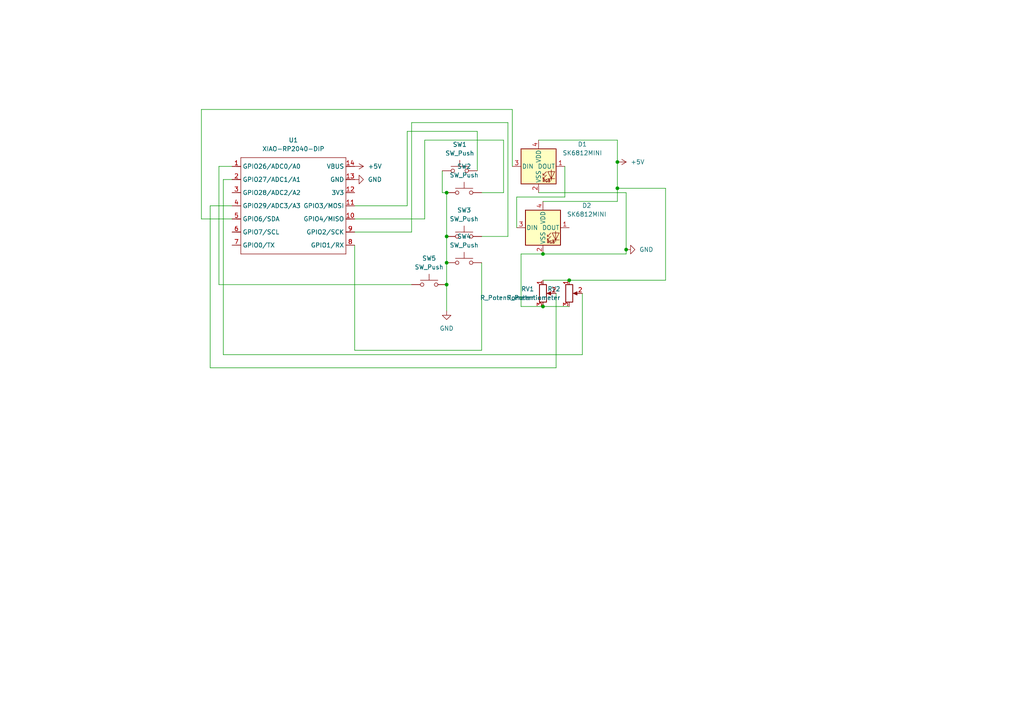
<source format=kicad_sch>
(kicad_sch (version 20250114) (generator "eeschema") (generator_version "9.0")
  (paper "A4")
  (lib_symbols
    (symbol "Device:R_Potentiometer" (pin_names (offset 1.016) (hide yes))
      (property "Reference" "RV" (at -4.445 0 90))
      (property "Value" "R_Potentiometer" (at -2.54 0 90))
      (symbol "R_Potentiometer_0_1"
        (rectangle (start 1.016 2.54) (end -1.016 -2.54) (stroke (width 0.254)))
        (polyline (pts (xy 1.143 0) (xy 2.286 0.508) (xy 2.286 -0.508) (xy 1.143 0)) (fill (type outline)))
        (polyline (pts (xy 2.54 0) (xy 1.524 0)))
      )
      (symbol "R_Potentiometer_1_1"
        (pin passive line (at 0 3.81 270) (length 1.27) (name "1") (number "1"))
        (pin passive line (at 0 -3.81 90) (length 1.27) (name "3") (number "3"))
        (pin passive line (at 3.81 0 180) (length 1.27) (name "2") (number "2"))
      )
    )
    (symbol "LED:SK6812MINI" (pin_names (offset 0.254))
      (property "Reference" "D" (at 5.08 5.715 0))
      (property "Value" "SK6812MINI" (at 1.27 -5.715 0))
      (symbol "SK6812MINI_0_0"
        (text "RGB" (at 2.286 -4.191 0) (effects (font (size 0.762 0.762))))
      )
      (symbol "SK6812MINI_0_1"
        (polyline (pts (xy 1.27 -2.54) (xy 1.778 -2.54)))
        (polyline (pts (xy 1.27 -3.556) (xy 1.778 -3.556)))
        (polyline (pts (xy 2.286 -1.524) (xy 1.27 -2.54) (xy 1.27 -2.032)))
        (polyline (pts (xy 2.286 -2.54) (xy 1.27 -3.556) (xy 1.27 -3.048)))
        (polyline (pts (xy 3.683 -1.016) (xy 3.683 -3.556) (xy 3.683 -4.064)))
        (polyline (pts (xy 4.699 -1.524) (xy 2.667 -1.524) (xy 3.683 -3.556) (xy 4.699 -1.524)))
        (polyline (pts (xy 4.699 -3.556) (xy 2.667 -3.556)))
        (rectangle (start 5.08 5.08) (end -5.08 -5.08) (stroke (width 0.254)) (fill (type background)))
      )
      (symbol "SK6812MINI_1_1"
        (pin input line (at -7.62 0 0) (length 2.54) (name "DIN") (number "3"))
        (pin power_in line (at 0 7.62 270) (length 2.54) (name "VDD") (number "4"))
        (pin power_in line (at 0 -7.62 90) (length 2.54) (name "VSS") (number "2"))
        (pin output line (at 7.62 0 180) (length 2.54) (name "DOUT") (number "1"))
      )
    )
    (symbol "OPL:XIAO-RP2040-DIP"
      (property "Reference" "U" (at 0 0 0))
      (property "Value" "XIAO-RP2040-DIP" (at 5.334 -1.778 0))
      (symbol "XIAO-RP2040-DIP_1_0"
        (polyline (pts (xy -1.27 -2.54) (xy 29.21 -2.54)) (stroke (width 0.1524)))
        (polyline (pts (xy -1.27 -5.08) (xy -2.54 -5.08)) (stroke (width 0.1524)))
        (polyline (pts (xy -1.27 -5.08) (xy -1.27 -2.54)) (stroke (width 0.1524)))
        (polyline (pts (xy -1.27 -8.89) (xy -2.54 -8.89)) (stroke (width 0.1524)))
        (polyline (pts (xy -1.27 -8.89) (xy -1.27 -5.08)) (stroke (width 0.1524)))
        (polyline (pts (xy -1.27 -12.7) (xy -2.54 -12.7)) (stroke (width 0.1524)))
        (polyline (pts (xy -1.27 -12.7) (xy -1.27 -8.89)) (stroke (width 0.1524)))
        (polyline (pts (xy -1.27 -16.51) (xy -2.54 -16.51)) (stroke (width 0.1524)))
        (polyline (pts (xy -1.27 -16.51) (xy -1.27 -12.7)) (stroke (width 0.1524)))
        (polyline (pts (xy -1.27 -20.32) (xy -2.54 -20.32)) (stroke (width 0.1524)))
        (polyline (pts (xy -1.27 -24.13) (xy -2.54 -24.13)) (stroke (width 0.1524)))
        (polyline (pts (xy -1.27 -27.94) (xy -2.54 -27.94)) (stroke (width 0.1524)))
        (polyline (pts (xy -1.27 -30.48) (xy -1.27 -16.51)) (stroke (width 0.1524)))
        (polyline (pts (xy 29.21 -2.54) (xy 29.21 -5.08)) (stroke (width 0.1524)))
        (polyline (pts (xy 29.21 -5.08) (xy 29.21 -8.89)) (stroke (width 0.1524)))
        (polyline (pts (xy 29.21 -8.89) (xy 29.21 -12.7)) (stroke (width 0.1524)))
        (polyline (pts (xy 29.21 -12.7) (xy 29.21 -30.48)) (stroke (width 0.1524)))
        (polyline (pts (xy 29.21 -30.48) (xy -1.27 -30.48)) (stroke (width 0.1524)))
        (polyline (pts (xy 30.48 -5.08) (xy 29.21 -5.08)) (stroke (width 0.1524)))
        (polyline (pts (xy 30.48 -8.89) (xy 29.21 -8.89)) (stroke (width 0.1524)))
        (polyline (pts (xy 30.48 -12.7) (xy 29.21 -12.7)) (stroke (width 0.1524)))
        (polyline (pts (xy 30.48 -16.51) (xy 29.21 -16.51)) (stroke (width 0.1524)))
        (polyline (pts (xy 30.48 -20.32) (xy 29.21 -20.32)) (stroke (width 0.1524)))
        (polyline (pts (xy 30.48 -24.13) (xy 29.21 -24.13)) (stroke (width 0.1524)))
        (polyline (pts (xy 30.48 -27.94) (xy 29.21 -27.94)) (stroke (width 0.1524)))
        (pin passive line (at -3.81 -5.08 0) (length 2.54) (name "GPIO26/ADC0/A0") (number "1"))
        (pin passive line (at -3.81 -8.89 0) (length 2.54) (name "GPIO27/ADC1/A1") (number "2"))
        (pin passive line (at -3.81 -12.7 0) (length 2.54) (name "GPIO28/ADC2/A2") (number "3"))
        (pin passive line (at -3.81 -16.51 0) (length 2.54) (name "GPIO29/ADC3/A3") (number "4"))
        (pin passive line (at -3.81 -20.32 0) (length 2.54) (name "GPIO6/SDA") (number "5"))
        (pin passive line (at -3.81 -24.13 0) (length 2.54) (name "GPIO7/SCL") (number "6"))
        (pin passive line (at -3.81 -27.94 0) (length 2.54) (name "GPIO0/TX") (number "7"))
        (pin passive line (at 31.75 -5.08 180) (length 2.54) (name "VBUS") (number "14"))
        (pin passive line (at 31.75 -8.89 180) (length 2.54) (name "GND") (number "13"))
        (pin passive line (at 31.75 -12.7 180) (length 2.54) (name "3V3") (number "12"))
        (pin passive line (at 31.75 -16.51 180) (length 2.54) (name "GPIO3/MOSI") (number "11"))
        (pin passive line (at 31.75 -20.32 180) (length 2.54) (name "GPIO4/MISO") (number "10"))
        (pin passive line (at 31.75 -24.13 180) (length 2.54) (name "GPIO2/SCK") (number "9"))
        (pin passive line (at 31.75 -27.94 180) (length 2.54) (name "GPIO1/RX") (number "8"))
      )
    )
    (symbol "Switch:SW_Push" (pin_numbers (hide yes)) (pin_names (offset 1.016) (hide yes))
      (property "Reference" "SW" (at 1.27 2.54 0))
      (property "Value" "SW_Push" (at 0 -1.524 0))
      (symbol "SW_Push_0_1"
        (circle (center -2.032 0) (radius 0.508))
        (polyline (pts (xy 0 1.27) (xy 0 3.048)))
        (circle (center 2.032 0) (radius 0.508))
        (polyline (pts (xy 2.54 1.27) (xy -2.54 1.27)))
        (pin passive line (at -5.08 0 0) (length 2.54) (name "1") (number "1"))
        (pin passive line (at 5.08 0 180) (length 2.54) (name "2") (number "2"))
      )
    )
    (symbol "power:+5V" (power) (pin_names (offset 0))
      (property "Value" "+5V" (at 0 3.556 0))
      (symbol "+5V_0_1"
        (polyline (pts (xy -0.762 1.27) (xy 0 2.54)))
        (polyline (pts (xy 0 2.54) (xy 0.762 1.27)))
        (polyline (pts (xy 0 0) (xy 0 2.54)))
      )
      (symbol "+5V_1_1"
        (pin power_in line (at 0 0 90) (length 0) (hide yes) (name "+5V") (number "1"))
      )
    )
    (symbol "power:GND" (power) (pin_names (offset 0))
      (property "Value" "GND" (at 0 -3.81 0))
      (symbol "GND_0_1"
        (polyline (pts (xy 0 0) (xy 0 -1.27) (xy 1.27 -1.27) (xy 0 -2.54) (xy -1.27 -1.27) (xy 0 -1.27)))
      )
      (symbol "GND_1_1"
        (pin power_in line (at 0 0 270) (length 0) (hide yes) (name "GND") (number "1"))
      )
    )
  )
  (junction (at 179.07 54.61))
  (junction (at 129.54 55.88))
  (junction (at 179.07 46.99))
  (junction (at 157.48 73.66))
  (junction (at 165.1 81.28))
  (junction (at 129.54 82.55))
  (junction (at 157.48 88.9))
  (junction (at 129.54 76.2))
  (junction (at 181.61 72.39))
  (junction (at 129.54 68.58))
  (wire (pts (xy 118.11 38.1) (xy 118.11 59.69)))
  (wire (pts (xy 118.11 59.69) (xy 102.87 59.69)))
  (wire (pts (xy 157.48 73.66) (xy 151.13 73.66)))
  (wire (pts (xy 67.31 48.26) (xy 63.5 48.26)))
  (wire (pts (xy 179.07 40.64) (xy 179.07 46.99)))
  (wire (pts (xy 161.29 106.68) (xy 60.96 106.68)))
  (wire (pts (xy 163.83 57.15) (xy 149.86 57.15)))
  (wire (pts (xy 149.86 57.15) (xy 149.86 66.04)))
  (wire (pts (xy 123.19 63.5) (xy 102.87 63.5)))
  (wire (pts (xy 119.38 67.31) (xy 102.87 67.31)))
  (wire (pts (xy 64.77 102.87) (xy 64.77 52.07)))
  (wire (pts (xy 63.5 48.26) (xy 63.5 82.55)))
  (wire (pts (xy 60.96 106.68) (xy 60.96 59.69)))
  (wire (pts (xy 193.04 54.61) (xy 193.04 81.28)))
  (wire (pts (xy 60.96 59.69) (xy 67.31 59.69)))
  (wire (pts (xy 139.7 68.58) (xy 147.32 68.58)))
  (wire (pts (xy 156.21 55.88) (xy 181.61 55.88)))
  (wire (pts (xy 147.32 68.58) (xy 147.32 35.56)))
  (wire (pts (xy 139.7 101.6) (xy 139.7 76.2)))
  (wire (pts (xy 64.77 52.07) (xy 67.31 52.07)))
  (wire (pts (xy 179.07 46.99) (xy 179.07 54.61)))
  (wire (pts (xy 58.42 63.5) (xy 67.31 63.5)))
  (wire (pts (xy 181.61 72.39) (xy 181.61 73.66)))
  (wire (pts (xy 146.05 55.88) (xy 146.05 40.64)))
  (wire (pts (xy 119.38 35.56) (xy 119.38 67.31)))
  (wire (pts (xy 147.32 35.56) (xy 119.38 35.56)))
  (wire (pts (xy 58.42 31.75) (xy 58.42 63.5)))
  (wire (pts (xy 128.27 49.53) (xy 128.27 55.88)))
  (wire (pts (xy 138.43 49.53) (xy 138.43 38.1)))
  (wire (pts (xy 168.91 102.87) (xy 64.77 102.87)))
  (wire (pts (xy 156.21 40.64) (xy 179.07 40.64)))
  (wire (pts (xy 148.59 31.75) (xy 58.42 31.75)))
  (wire (pts (xy 123.19 40.64) (xy 123.19 63.5)))
  (wire (pts (xy 179.07 54.61) (xy 193.04 54.61)))
  (wire (pts (xy 179.07 58.42) (xy 157.48 58.42)))
  (wire (pts (xy 102.87 71.12) (xy 102.87 101.6)))
  (wire (pts (xy 129.54 68.58) (xy 129.54 76.2)))
  (wire (pts (xy 129.54 82.55) (xy 129.54 90.17)))
  (wire (pts (xy 129.54 55.88) (xy 129.54 68.58)))
  (wire (pts (xy 151.13 73.66) (xy 151.13 88.9)))
  (wire (pts (xy 179.07 54.61) (xy 179.07 58.42)))
  (wire (pts (xy 193.04 81.28) (xy 165.1 81.28)))
  (wire (pts (xy 63.5 82.55) (xy 119.38 82.55)))
  (wire (pts (xy 157.48 88.9) (xy 165.1 88.9)))
  (wire (pts (xy 146.05 40.64) (xy 123.19 40.64)))
  (wire (pts (xy 163.83 48.26) (xy 163.83 57.15)))
  (wire (pts (xy 128.27 55.88) (xy 129.54 55.88)))
  (wire (pts (xy 139.7 55.88) (xy 146.05 55.88)))
  (wire (pts (xy 102.87 101.6) (xy 139.7 101.6)))
  (wire (pts (xy 168.91 85.09) (xy 168.91 102.87)))
  (wire (pts (xy 138.43 38.1) (xy 118.11 38.1)))
  (wire (pts (xy 181.61 55.88) (xy 181.61 72.39)))
  (wire (pts (xy 181.61 73.66) (xy 157.48 73.66)))
  (wire (pts (xy 151.13 88.9) (xy 157.48 88.9)))
  (wire (pts (xy 148.59 48.26) (xy 148.59 31.75)))
  (wire (pts (xy 165.1 81.28) (xy 157.48 81.28)))
  (wire (pts (xy 129.54 76.2) (xy 129.54 82.55)))
  (wire (pts (xy 161.29 85.09) (xy 161.29 106.68)))
  (symbol (lib_id "power:GND") (at 181.61 72.39 90) (unit 1)
    (property "Reference" "#PWR04" (effects (hide yes)))
    (property "Value" "GND" (at 185.42 72.3899 90) (effects (justify right)))
    (property "Description" "Power symbol creates a global label with name \"GND\" , ground" (effects (hide yes)))
  )
  (symbol (lib_id "power:+5V") (at 179.07 46.99 270) (unit 1)
    (property "Reference" "#PWR05" (effects (hide yes)))
    (property "Value" "+5V" (at 182.88 46.9899 90) (effects (justify left)))
    (property "Description" "Power symbol creates a global label with name \"+5V\"" (effects (hide yes)))
  )
  (symbol (lib_id "LED:SK6812MINI") (at 157.48 66.04 0) (unit 1)
    (property "Reference" "D2" (at 170.18 59.6198 0))
    (property "Value" "SK6812MINI" (at 170.18 62.1598 0))
    (property "Footprint" "LED_SMD:LED_SK6812MINI_PLCC4_3.5x3.5mm_P1.75mm" (effects (hide yes)))
    (property "Datasheet" "https://cdn-shop.adafruit.com/product-files/2686/SK6812MINI_REV.01-1-2.pdf" (effects (hide yes)))
    (property "Description" "RGB LED with integrated controller" (effects (hide yes)))
  )
  (symbol (lib_id "power:GND") (at 102.87 52.07 90) (unit 1)
    (property "Reference" "#PWR02" (effects (hide yes)))
    (property "Value" "GND" (at 106.68 52.0699 90) (effects (justify right)))
    (property "Description" "Power symbol creates a global label with name \"GND\" , ground" (effects (hide yes)))
  )
  (symbol (lib_id "Device:R_Potentiometer") (at 157.48 85.09 0) (unit 1)
    (property "Reference" "RV1" (at 154.94 83.8199 0) (effects (justify right)))
    (property "Value" "R_Potentiometer" (at 154.94 86.3599 0) (effects (justify right)))
    (property "Footprint" "Potentiometer_THT:Potentiometer_Alpha_RD901F-40-00D_Single_Vertical" (effects (hide yes)))
    (property "Description" "Potentiometer" (effects (hide yes)))
  )
  (symbol (lib_id "OPL:XIAO-RP2040-DIP") (at 71.12 43.18 0) (unit 1)
    (property "Reference" "U1" (at 85.09 40.64 0))
    (property "Value" "XIAO-RP2040-DIP" (at 85.09 43.18 0))
    (property "Footprint" "OPL:XIAO-RP2040-DIP" (effects (hide yes)))
  )
  (symbol (lib_id "Switch:SW_Push") (at 134.62 68.58 0) (unit 1)
    (property "Reference" "SW3" (at 134.62 60.96 0))
    (property "Value" "SW_Push" (at 134.62 63.5 0))
    (property "Footprint" "Button_Switch_Keyboard:SW_Cherry_MX_1.00u_PCB" (effects (hide yes)))
    (property "Description" "Push button switch, generic, two pins" (effects (hide yes)))
  )
  (symbol (lib_id "LED:SK6812MINI") (at 156.21 48.26 0) (unit 1)
    (property "Reference" "D1" (at 168.91 41.8398 0))
    (property "Value" "SK6812MINI" (at 168.91 44.3798 0))
    (property "Footprint" "LED_SMD:LED_SK6812MINI_PLCC4_3.5x3.5mm_P1.75mm" (effects (hide yes)))
    (property "Datasheet" "https://cdn-shop.adafruit.com/product-files/2686/SK6812MINI_REV.01-1-2.pdf" (effects (hide yes)))
    (property "Description" "RGB LED with integrated controller" (effects (hide yes)))
  )
  (symbol (lib_id "Switch:SW_Push") (at 134.62 76.2 0) (unit 1)
    (property "Reference" "SW4" (at 134.62 68.58 0))
    (property "Value" "SW_Push" (at 134.62 71.12 0))
    (property "Footprint" "Button_Switch_Keyboard:SW_Cherry_MX_1.00u_PCB" (effects (hide yes)))
    (property "Description" "Push button switch, generic, two pins" (effects (hide yes)))
  )
  (symbol (lib_id "Device:R_Potentiometer") (at 165.1 85.09 0) (unit 1)
    (property "Reference" "RV2" (at 162.56 83.8199 0) (effects (justify right)))
    (property "Value" "R_Potentiometer" (at 162.56 86.3599 0) (effects (justify right)))
    (property "Footprint" "Potentiometer_THT:Potentiometer_Alpha_RD901F-40-00D_Single_Vertical" (effects (hide yes)))
    (property "Description" "Potentiometer" (effects (hide yes)))
  )
  (symbol (lib_id "power:+5V") (at 102.87 48.26 270) (unit 1)
    (property "Reference" "#PWR03" (effects (hide yes)))
    (property "Value" "+5V" (at 106.68 48.2599 90) (effects (justify left)))
    (property "Description" "Power symbol creates a global label with name \"+5V\"" (effects (hide yes)))
  )
  (symbol (lib_id "Switch:SW_Push") (at 133.35 49.53 0) (unit 1)
    (property "Reference" "SW1" (at 133.35 41.91 0))
    (property "Value" "SW_Push" (at 133.35 44.45 0))
    (property "Footprint" "Button_Switch_Keyboard:SW_Cherry_MX_1.00u_PCB" (effects (hide yes)))
    (property "Description" "Push button switch, generic, two pins" (effects (hide yes)))
  )
  (symbol (lib_id "Switch:SW_Push") (at 134.62 55.88 0) (unit 1)
    (property "Reference" "SW2" (at 134.62 48.26 0))
    (property "Value" "SW_Push" (at 134.62 50.8 0))
    (property "Footprint" "Button_Switch_Keyboard:SW_Cherry_MX_1.00u_PCB" (effects (hide yes)))
    (property "Description" "Push button switch, generic, two pins" (effects (hide yes)))
  )
  (symbol (lib_id "Switch:SW_Push") (at 124.46 82.55 0) (unit 1)
    (property "Reference" "SW5" (at 124.46 74.93 0))
    (property "Value" "SW_Push" (at 124.46 77.47 0))
    (property "Footprint" "Button_Switch_Keyboard:SW_Cherry_MX_1.00u_PCB" (effects (hide yes)))
    (property "Description" "Push button switch, generic, two pins" (effects (hide yes)))
  )
  (symbol (lib_id "power:GND") (at 129.54 90.17 0) (unit 1)
    (property "Reference" "#PWR01" (effects (hide yes)))
    (property "Value" "GND" (at 129.54 95.25 0))
    (property "Description" "Power symbol creates a global label with name \"GND\" , ground" (effects (hide yes)))
  )
)
</source>
